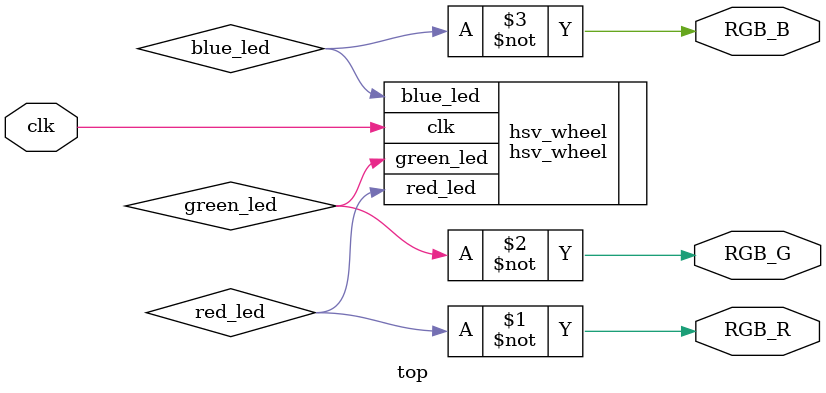
<source format=sv>
`include "pwm.sv"
`include "hsv_wheel.sv"

module top (
    input  logic clk,
    output logic RGB_R,
    output logic RGB_G,
    output logic RGB_B
);
    logic red_led;
    logic green_led;
    logic blue_led;

    hsv_wheel hsv_wheel (
        .clk(clk),
        .red_led(red_led),
        .green_led(green_led),
        .blue_led(blue_led)
    );

    assign RGB_R = ~red_led;
    assign RGB_G = ~green_led;
    assign RGB_B = ~blue_led;
endmodule

</source>
